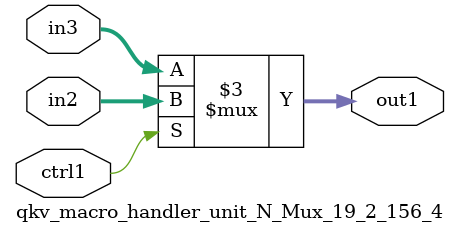
<source format=v>

`timescale 1ps / 1ps


module qkv_macro_handler_unit_N_Mux_19_2_156_4( in3, in2, ctrl1, out1 );

    input [18:0] in3;
    input [18:0] in2;
    input ctrl1;
    output [18:0] out1;
    reg [18:0] out1;

    
    // rtl_process:qkv_macro_handler_unit_N_Mux_19_2_156_4/qkv_macro_handler_unit_N_Mux_19_2_156_4_thread_1
    always @*
      begin : qkv_macro_handler_unit_N_Mux_19_2_156_4_thread_1
        case (ctrl1) 
          1'b1: 
            begin
              out1 = in2;
            end
          default: 
            begin
              out1 = in3;
            end
        endcase
      end

endmodule


</source>
